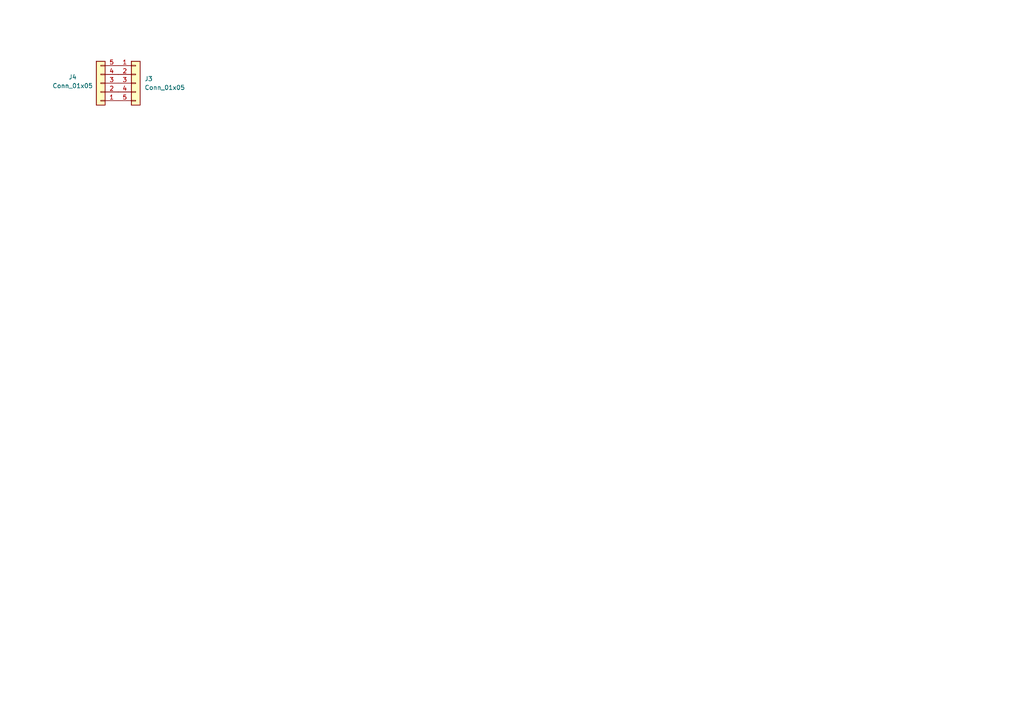
<source format=kicad_sch>
(kicad_sch (version 20231120) (generator "eeschema") (generator_version "8.0")
  (paper "A4")
  (lib_symbols
    (symbol "Connector_Generic:Conn_01x05" (pin_names (offset 1.016) hide)
      (property "Reference" "J" (at 0 7.62 0))
      (property "Value" "Conn_01x05" (at 0 -7.62 0))
      (symbol "Conn_01x05_1_1"
        (rectangle (start -1.27 -4.953) (end 0 -5.207) (stroke (width 0.1524)))
        (rectangle (start -1.27 -2.413) (end 0 -2.667) (stroke (width 0.1524)))
        (rectangle (start -1.27 0.127) (end 0 -0.127) (stroke (width 0.1524)))
        (rectangle (start -1.27 2.667) (end 0 2.413) (stroke (width 0.1524)))
        (rectangle (start -1.27 5.207) (end 0 4.953) (stroke (width 0.1524)))
        (rectangle (start -1.27 6.35) (end 1.27 -6.35) (stroke (width 0.254)) (fill (type background)))
        (pin passive line (at -5.08 5.08 0) (length 3.81) (name "Pin_1") (number "1"))
        (pin passive line (at -5.08 2.54 0) (length 3.81) (name "Pin_2") (number "2"))
        (pin passive line (at -5.08 0 0) (length 3.81) (name "Pin_3") (number "3"))
        (pin passive line (at -5.08 -2.54 0) (length 3.81) (name "Pin_4") (number "4"))
        (pin passive line (at -5.08 -5.08 0) (length 3.81) (name "Pin_5") (number "5"))
      )
    )
  )
  (symbol (lib_id "Connector_Generic:Conn_01x05") (at 39.37 24.13 0) (unit 1)
    (property "Reference" "J3" (at 41.91 22.8599 0) (effects (justify left)))
    (property "Value" "Conn_01x05" (at 41.91 25.3999 0) (effects (justify left)))
    (property "Footprint" "Connector_PinHeader_2.54mm:PinHeader_1x05_P2.54mm_Vertical" (effects (hide yes)))
    (property "Description" "Generic connector, single row, 01x05, script generated (kicad-library-utils/schlib/autogen/connector/)" (effects (hide yes)))
  )
  (symbol (lib_id "Connector_Generic:Conn_01x05") (at 29.21 24.13 180) (unit 1)
    (property "Reference" "J4" (at 21.082 22.352 0))
    (property "Value" "Conn_01x05" (at 21.082 24.892 0))
    (property "Footprint" "Connector_PinHeader_2.54mm:PinHeader_1x05_P2.54mm_Vertical" (effects (hide yes)))
    (property "Description" "Generic connector, single row, 01x05, script generated (kicad-library-utils/schlib/autogen/connector/)" (effects (hide yes)))
  )
)
</source>
